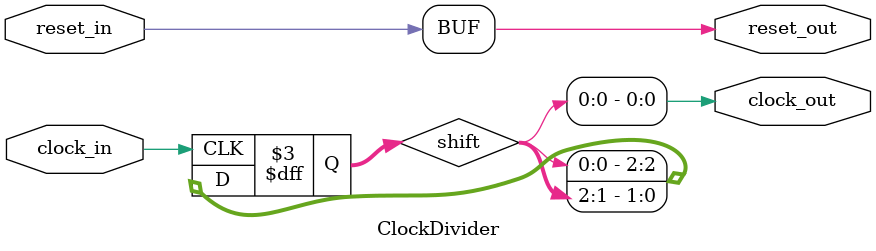
<source format=v>
module ClockDivider(
  input  clock_in,
  input  reset_in,
  output clock_out,
  output reset_out
);

  reg [2:0] shift = 3'b001;

  always @(posedge clock_in)
  begin
    shift <= {shift[0], shift[2:1]};
  end
  
  assign reset_out = reset_in;
  assign clock_out = shift[0];

endmodule

</source>
